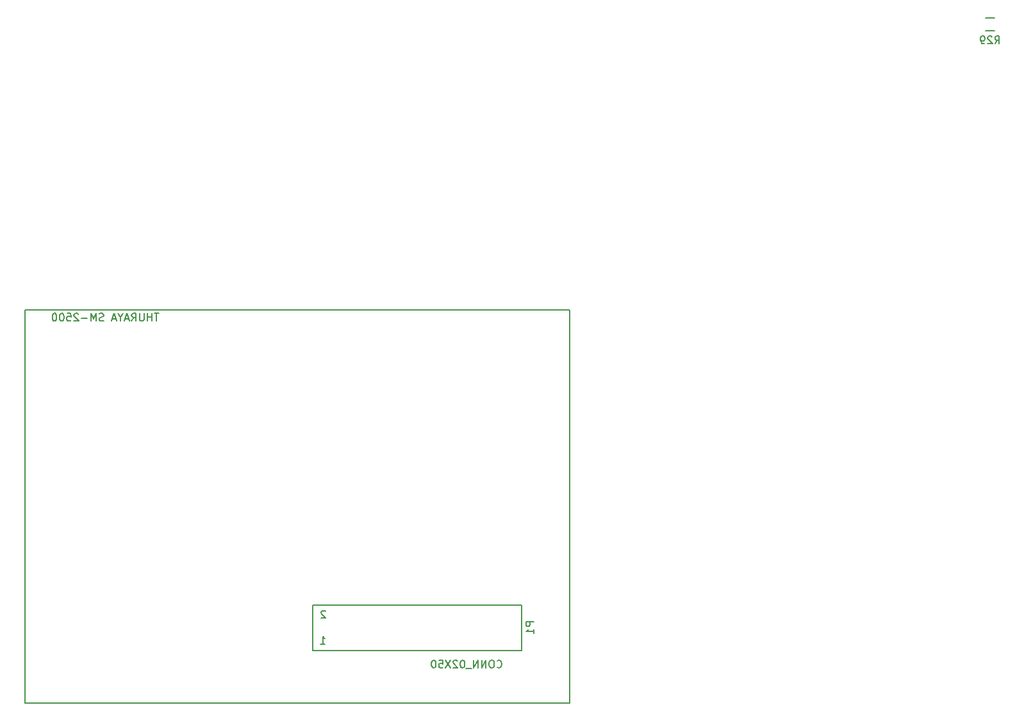
<source format=gbr>
G04 #@! TF.FileFunction,Legend,Bot*
%FSLAX46Y46*%
G04 Gerber Fmt 4.6, Leading zero omitted, Abs format (unit mm)*
G04 Created by KiCad (PCBNEW 4.0.2-1.fc23-product) date Thu 28 Jul 2016 11:49:27 AM EEST*
%MOMM*%
G01*
G04 APERTURE LIST*
%ADD10C,0.100000*%
%ADD11C,0.150000*%
G04 APERTURE END LIST*
D10*
D11*
X59333000Y-142341600D02*
X59333000Y-90322400D01*
X59333000Y-142334000D02*
X131333000Y-142334000D01*
X131333000Y-142334000D02*
X131333000Y-90334000D01*
X131333000Y-90334000D02*
X59333000Y-90334000D01*
X124956000Y-135334000D02*
X97333000Y-135334000D01*
X97359000Y-129334000D02*
X97359000Y-135334000D01*
X97333000Y-129334000D02*
X124960000Y-129334000D01*
X124960000Y-129334000D02*
X124960000Y-135334000D01*
X187442000Y-51703000D02*
X186242000Y-51703000D01*
X186242000Y-53453000D02*
X187442000Y-53453000D01*
X126535381Y-131595905D02*
X125535381Y-131595905D01*
X125535381Y-131976858D01*
X125583000Y-132072096D01*
X125630619Y-132119715D01*
X125725857Y-132167334D01*
X125868714Y-132167334D01*
X125963952Y-132119715D01*
X126011571Y-132072096D01*
X126059190Y-131976858D01*
X126059190Y-131595905D01*
X126535381Y-133119715D02*
X126535381Y-132548286D01*
X126535381Y-132834000D02*
X125535381Y-132834000D01*
X125678238Y-132738762D01*
X125773476Y-132643524D01*
X125821095Y-132548286D01*
X121714709Y-137555243D02*
X121762328Y-137602862D01*
X121905185Y-137650481D01*
X122000423Y-137650481D01*
X122143281Y-137602862D01*
X122238519Y-137507624D01*
X122286138Y-137412386D01*
X122333757Y-137221910D01*
X122333757Y-137079052D01*
X122286138Y-136888576D01*
X122238519Y-136793338D01*
X122143281Y-136698100D01*
X122000423Y-136650481D01*
X121905185Y-136650481D01*
X121762328Y-136698100D01*
X121714709Y-136745719D01*
X121095662Y-136650481D02*
X120905185Y-136650481D01*
X120809947Y-136698100D01*
X120714709Y-136793338D01*
X120667090Y-136983814D01*
X120667090Y-137317148D01*
X120714709Y-137507624D01*
X120809947Y-137602862D01*
X120905185Y-137650481D01*
X121095662Y-137650481D01*
X121190900Y-137602862D01*
X121286138Y-137507624D01*
X121333757Y-137317148D01*
X121333757Y-136983814D01*
X121286138Y-136793338D01*
X121190900Y-136698100D01*
X121095662Y-136650481D01*
X120238519Y-137650481D02*
X120238519Y-136650481D01*
X119667090Y-137650481D01*
X119667090Y-136650481D01*
X119190900Y-137650481D02*
X119190900Y-136650481D01*
X118619471Y-137650481D01*
X118619471Y-136650481D01*
X118381376Y-137745719D02*
X117619471Y-137745719D01*
X117190900Y-136650481D02*
X117095661Y-136650481D01*
X117000423Y-136698100D01*
X116952804Y-136745719D01*
X116905185Y-136840957D01*
X116857566Y-137031433D01*
X116857566Y-137269529D01*
X116905185Y-137460005D01*
X116952804Y-137555243D01*
X117000423Y-137602862D01*
X117095661Y-137650481D01*
X117190900Y-137650481D01*
X117286138Y-137602862D01*
X117333757Y-137555243D01*
X117381376Y-137460005D01*
X117428995Y-137269529D01*
X117428995Y-137031433D01*
X117381376Y-136840957D01*
X117333757Y-136745719D01*
X117286138Y-136698100D01*
X117190900Y-136650481D01*
X116476614Y-136745719D02*
X116428995Y-136698100D01*
X116333757Y-136650481D01*
X116095661Y-136650481D01*
X116000423Y-136698100D01*
X115952804Y-136745719D01*
X115905185Y-136840957D01*
X115905185Y-136936195D01*
X115952804Y-137079052D01*
X116524233Y-137650481D01*
X115905185Y-137650481D01*
X115571852Y-136650481D02*
X114905185Y-137650481D01*
X114905185Y-136650481D02*
X115571852Y-137650481D01*
X114048042Y-136650481D02*
X114524233Y-136650481D01*
X114571852Y-137126671D01*
X114524233Y-137079052D01*
X114428995Y-137031433D01*
X114190899Y-137031433D01*
X114095661Y-137079052D01*
X114048042Y-137126671D01*
X114000423Y-137221910D01*
X114000423Y-137460005D01*
X114048042Y-137555243D01*
X114095661Y-137602862D01*
X114190899Y-137650481D01*
X114428995Y-137650481D01*
X114524233Y-137602862D01*
X114571852Y-137555243D01*
X113381376Y-136650481D02*
X113286137Y-136650481D01*
X113190899Y-136698100D01*
X113143280Y-136745719D01*
X113095661Y-136840957D01*
X113048042Y-137031433D01*
X113048042Y-137269529D01*
X113095661Y-137460005D01*
X113143280Y-137555243D01*
X113190899Y-137602862D01*
X113286137Y-137650481D01*
X113381376Y-137650481D01*
X113476614Y-137602862D01*
X113524233Y-137555243D01*
X113571852Y-137460005D01*
X113619471Y-137269529D01*
X113619471Y-137031433D01*
X113571852Y-136840957D01*
X113524233Y-136745719D01*
X113476614Y-136698100D01*
X113381376Y-136650481D01*
X76997629Y-90790781D02*
X76426200Y-90790781D01*
X76711915Y-91790781D02*
X76711915Y-90790781D01*
X76092867Y-91790781D02*
X76092867Y-90790781D01*
X76092867Y-91266971D02*
X75521438Y-91266971D01*
X75521438Y-91790781D02*
X75521438Y-90790781D01*
X75045248Y-90790781D02*
X75045248Y-91600305D01*
X74997629Y-91695543D01*
X74950010Y-91743162D01*
X74854772Y-91790781D01*
X74664295Y-91790781D01*
X74569057Y-91743162D01*
X74521438Y-91695543D01*
X74473819Y-91600305D01*
X74473819Y-90790781D01*
X73426200Y-91790781D02*
X73759534Y-91314590D01*
X73997629Y-91790781D02*
X73997629Y-90790781D01*
X73616676Y-90790781D01*
X73521438Y-90838400D01*
X73473819Y-90886019D01*
X73426200Y-90981257D01*
X73426200Y-91124114D01*
X73473819Y-91219352D01*
X73521438Y-91266971D01*
X73616676Y-91314590D01*
X73997629Y-91314590D01*
X73045248Y-91505067D02*
X72569057Y-91505067D01*
X73140486Y-91790781D02*
X72807153Y-90790781D01*
X72473819Y-91790781D01*
X71950010Y-91314590D02*
X71950010Y-91790781D01*
X72283343Y-90790781D02*
X71950010Y-91314590D01*
X71616676Y-90790781D01*
X71330962Y-91505067D02*
X70854771Y-91505067D01*
X71426200Y-91790781D02*
X71092867Y-90790781D01*
X70759533Y-91790781D01*
X69711914Y-91743162D02*
X69569057Y-91790781D01*
X69330961Y-91790781D01*
X69235723Y-91743162D01*
X69188104Y-91695543D01*
X69140485Y-91600305D01*
X69140485Y-91505067D01*
X69188104Y-91409829D01*
X69235723Y-91362210D01*
X69330961Y-91314590D01*
X69521438Y-91266971D01*
X69616676Y-91219352D01*
X69664295Y-91171733D01*
X69711914Y-91076495D01*
X69711914Y-90981257D01*
X69664295Y-90886019D01*
X69616676Y-90838400D01*
X69521438Y-90790781D01*
X69283342Y-90790781D01*
X69140485Y-90838400D01*
X68711914Y-91790781D02*
X68711914Y-90790781D01*
X68378580Y-91505067D01*
X68045247Y-90790781D01*
X68045247Y-91790781D01*
X67569057Y-91409829D02*
X66807152Y-91409829D01*
X66378581Y-90886019D02*
X66330962Y-90838400D01*
X66235724Y-90790781D01*
X65997628Y-90790781D01*
X65902390Y-90838400D01*
X65854771Y-90886019D01*
X65807152Y-90981257D01*
X65807152Y-91076495D01*
X65854771Y-91219352D01*
X66426200Y-91790781D01*
X65807152Y-91790781D01*
X64902390Y-90790781D02*
X65378581Y-90790781D01*
X65426200Y-91266971D01*
X65378581Y-91219352D01*
X65283343Y-91171733D01*
X65045247Y-91171733D01*
X64950009Y-91219352D01*
X64902390Y-91266971D01*
X64854771Y-91362210D01*
X64854771Y-91600305D01*
X64902390Y-91695543D01*
X64950009Y-91743162D01*
X65045247Y-91790781D01*
X65283343Y-91790781D01*
X65378581Y-91743162D01*
X65426200Y-91695543D01*
X64235724Y-90790781D02*
X64140485Y-90790781D01*
X64045247Y-90838400D01*
X63997628Y-90886019D01*
X63950009Y-90981257D01*
X63902390Y-91171733D01*
X63902390Y-91409829D01*
X63950009Y-91600305D01*
X63997628Y-91695543D01*
X64045247Y-91743162D01*
X64140485Y-91790781D01*
X64235724Y-91790781D01*
X64330962Y-91743162D01*
X64378581Y-91695543D01*
X64426200Y-91600305D01*
X64473819Y-91409829D01*
X64473819Y-91171733D01*
X64426200Y-90981257D01*
X64378581Y-90886019D01*
X64330962Y-90838400D01*
X64235724Y-90790781D01*
X63283343Y-90790781D02*
X63188104Y-90790781D01*
X63092866Y-90838400D01*
X63045247Y-90886019D01*
X62997628Y-90981257D01*
X62950009Y-91171733D01*
X62950009Y-91409829D01*
X62997628Y-91600305D01*
X63045247Y-91695543D01*
X63092866Y-91743162D01*
X63188104Y-91790781D01*
X63283343Y-91790781D01*
X63378581Y-91743162D01*
X63426200Y-91695543D01*
X63473819Y-91600305D01*
X63521438Y-91409829D01*
X63521438Y-91171733D01*
X63473819Y-90981257D01*
X63426200Y-90886019D01*
X63378581Y-90838400D01*
X63283343Y-90790781D01*
X99020214Y-130180619D02*
X98972595Y-130133000D01*
X98877357Y-130085381D01*
X98639261Y-130085381D01*
X98544023Y-130133000D01*
X98496404Y-130180619D01*
X98448785Y-130275857D01*
X98448785Y-130371095D01*
X98496404Y-130513952D01*
X99067833Y-131085381D01*
X98448785Y-131085381D01*
X98397285Y-134486381D02*
X98968714Y-134486381D01*
X98683000Y-134486381D02*
X98683000Y-133486381D01*
X98778238Y-133629238D01*
X98873476Y-133724476D01*
X98968714Y-133772095D01*
X187484857Y-55130381D02*
X187818191Y-54654190D01*
X188056286Y-55130381D02*
X188056286Y-54130381D01*
X187675333Y-54130381D01*
X187580095Y-54178000D01*
X187532476Y-54225619D01*
X187484857Y-54320857D01*
X187484857Y-54463714D01*
X187532476Y-54558952D01*
X187580095Y-54606571D01*
X187675333Y-54654190D01*
X188056286Y-54654190D01*
X187103905Y-54225619D02*
X187056286Y-54178000D01*
X186961048Y-54130381D01*
X186722952Y-54130381D01*
X186627714Y-54178000D01*
X186580095Y-54225619D01*
X186532476Y-54320857D01*
X186532476Y-54416095D01*
X186580095Y-54558952D01*
X187151524Y-55130381D01*
X186532476Y-55130381D01*
X186056286Y-55130381D02*
X185865810Y-55130381D01*
X185770571Y-55082762D01*
X185722952Y-55035143D01*
X185627714Y-54892286D01*
X185580095Y-54701810D01*
X185580095Y-54320857D01*
X185627714Y-54225619D01*
X185675333Y-54178000D01*
X185770571Y-54130381D01*
X185961048Y-54130381D01*
X186056286Y-54178000D01*
X186103905Y-54225619D01*
X186151524Y-54320857D01*
X186151524Y-54558952D01*
X186103905Y-54654190D01*
X186056286Y-54701810D01*
X185961048Y-54749429D01*
X185770571Y-54749429D01*
X185675333Y-54701810D01*
X185627714Y-54654190D01*
X185580095Y-54558952D01*
M02*

</source>
